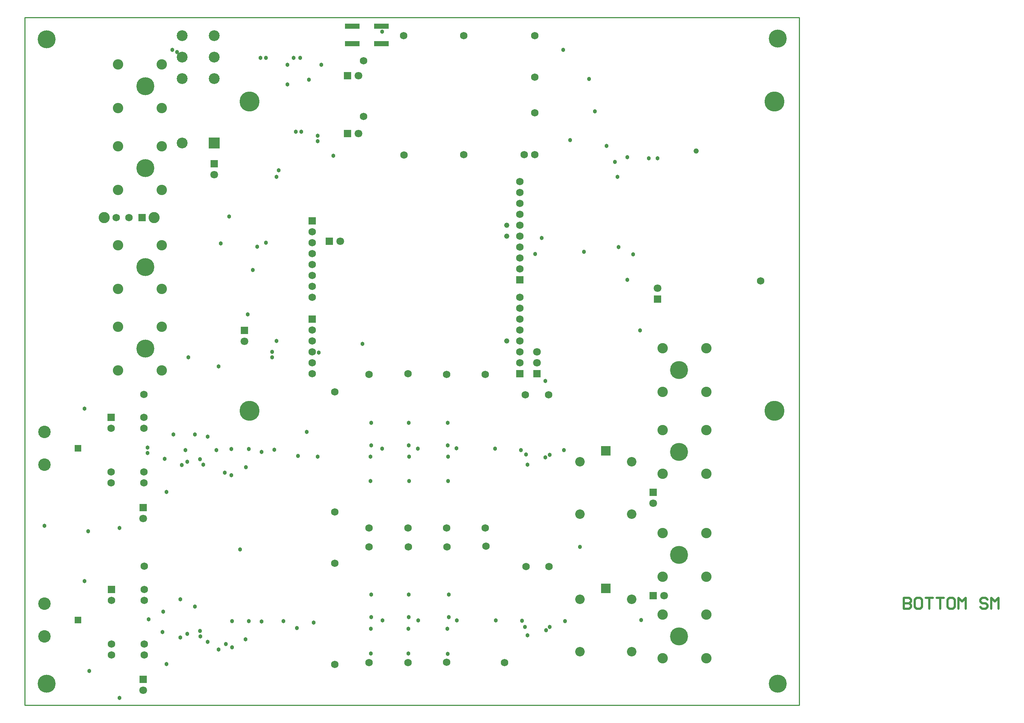
<source format=gbs>
G04*
G04 #@! TF.GenerationSoftware,Altium Limited,CircuitStudio,1.5.1 (13)*
G04*
G04 Layer_Color=8150272*
%FSLAX23Y23*%
%MOIN*%
G70*
G01*
G75*
%ADD43C,0.010*%
%ADD45C,0.020*%
%ADD106C,0.048*%
%ADD107C,0.071*%
%ADD108R,0.071X0.071*%
%ADD109C,0.095*%
%ADD110C,0.165*%
%ADD111R,0.071X0.071*%
%ADD112C,0.068*%
%ADD113R,0.068X0.068*%
%ADD114C,0.102*%
%ADD115C,0.068*%
%ADD116R,0.068X0.068*%
%ADD117C,0.114*%
%ADD118R,0.064X0.064*%
%ADD119R,0.087X0.087*%
%ADD120C,0.087*%
%ADD121C,0.099*%
%ADD122R,0.099X0.099*%
%ADD123C,0.183*%
%ADD124C,0.038*%
%ADD125R,0.134X0.047*%
D43*
X1772Y1969D02*
X8858D01*
X1772D02*
Y8268D01*
X8858Y1969D02*
Y8268D01*
X1772D02*
X8858D01*
D45*
X9813Y2952D02*
Y2852D01*
X9863D01*
X9880Y2869D01*
Y2885D01*
X9863Y2902D01*
X9813D01*
X9863D01*
X9880Y2919D01*
Y2935D01*
X9863Y2952D01*
X9813D01*
X9963D02*
X9930D01*
X9913Y2935D01*
Y2869D01*
X9930Y2852D01*
X9963D01*
X9980Y2869D01*
Y2935D01*
X9963Y2952D01*
X10013D02*
X10080D01*
X10046D01*
Y2852D01*
X10113Y2952D02*
X10180D01*
X10146D01*
Y2852D01*
X10263Y2952D02*
X10230D01*
X10213Y2935D01*
Y2869D01*
X10230Y2852D01*
X10263D01*
X10280Y2869D01*
Y2935D01*
X10263Y2952D01*
X10313Y2852D02*
Y2952D01*
X10346Y2919D01*
X10380Y2952D01*
Y2852D01*
X10580Y2935D02*
X10563Y2952D01*
X10530D01*
X10513Y2935D01*
Y2919D01*
X10530Y2902D01*
X10563D01*
X10580Y2885D01*
Y2869D01*
X10563Y2852D01*
X10530D01*
X10513Y2869D01*
X10613Y2852D02*
Y2952D01*
X10646Y2919D01*
X10680Y2952D01*
Y2852D01*
D106*
X6181Y6366D02*
D03*
Y6266D02*
D03*
Y5306D02*
D03*
X7913Y7047D02*
D03*
D107*
X7620Y2972D02*
D03*
X7520Y3819D02*
D03*
X4823Y7205D02*
D03*
X4656Y6220D02*
D03*
X3780Y5304D02*
D03*
X2854Y3681D02*
D03*
X4824Y7736D02*
D03*
X6457Y5206D02*
D03*
Y5106D02*
D03*
X3504Y6831D02*
D03*
X7559Y5789D02*
D03*
X2854Y2106D02*
D03*
D108*
X7520Y2972D02*
D03*
X4723Y7205D02*
D03*
X4556Y6220D02*
D03*
X4724Y7736D02*
D03*
D109*
X8006Y2398D02*
D03*
Y2798D02*
D03*
X7606Y2398D02*
D03*
Y2798D02*
D03*
X2624Y5436D02*
D03*
Y5036D02*
D03*
X3024Y5436D02*
D03*
Y5036D02*
D03*
X3024Y5784D02*
D03*
Y6184D02*
D03*
X2624Y5784D02*
D03*
Y6184D02*
D03*
X2624Y7090D02*
D03*
Y6690D02*
D03*
X3024Y7090D02*
D03*
Y6690D02*
D03*
Y7438D02*
D03*
Y7838D02*
D03*
X2624Y7438D02*
D03*
Y7838D02*
D03*
X7606Y3546D02*
D03*
Y3146D02*
D03*
X8006Y3546D02*
D03*
Y3146D02*
D03*
X7606Y5239D02*
D03*
Y4839D02*
D03*
X8006Y5239D02*
D03*
Y4839D02*
D03*
X8006Y4091D02*
D03*
Y4491D02*
D03*
X7606Y4091D02*
D03*
Y4491D02*
D03*
D110*
X7756Y2598D02*
D03*
X2874Y5236D02*
D03*
X2874Y5984D02*
D03*
X2874Y6890D02*
D03*
Y7638D02*
D03*
X7756Y3346D02*
D03*
X1969Y2165D02*
D03*
X8661D02*
D03*
Y8075D02*
D03*
X1969Y8071D02*
D03*
X7756Y5039D02*
D03*
X7756Y4291D02*
D03*
D111*
X7520Y3919D02*
D03*
X3780Y5404D02*
D03*
X2854Y3781D02*
D03*
X6457Y5006D02*
D03*
X3504Y6931D02*
D03*
X7559Y5689D02*
D03*
X2854Y2206D02*
D03*
D112*
X2863Y3031D02*
D03*
Y2931D02*
D03*
Y2531D02*
D03*
Y2431D02*
D03*
X2563D02*
D03*
Y2531D02*
D03*
Y2931D02*
D03*
X2559Y4506D02*
D03*
Y4106D02*
D03*
Y4006D02*
D03*
X2859D02*
D03*
Y4106D02*
D03*
Y4506D02*
D03*
Y4606D02*
D03*
X6299Y6766D02*
D03*
Y6666D02*
D03*
Y6566D02*
D03*
Y6466D02*
D03*
Y6366D02*
D03*
Y6266D02*
D03*
Y6166D02*
D03*
Y6066D02*
D03*
Y5966D02*
D03*
Y5706D02*
D03*
Y5606D02*
D03*
Y5506D02*
D03*
Y5406D02*
D03*
Y5306D02*
D03*
Y5206D02*
D03*
Y5106D02*
D03*
X4399Y5706D02*
D03*
Y5806D02*
D03*
Y5906D02*
D03*
Y6006D02*
D03*
Y6106D02*
D03*
Y6206D02*
D03*
Y6306D02*
D03*
Y5006D02*
D03*
Y5106D02*
D03*
Y5206D02*
D03*
Y5306D02*
D03*
Y5406D02*
D03*
X6339Y7014D02*
D03*
X5787Y7014D02*
D03*
X5239Y7008D02*
D03*
X4869Y7362D02*
D03*
X5787Y8104D02*
D03*
X5236Y8104D02*
D03*
X4870Y7874D02*
D03*
X6358Y3238D02*
D03*
X6352Y4813D02*
D03*
X6566Y3238D02*
D03*
X6565Y4813D02*
D03*
X2864Y3243D02*
D03*
X2859Y4817D02*
D03*
X8504Y5856D02*
D03*
X4921Y3593D02*
D03*
X5276Y3593D02*
D03*
X5630Y3593D02*
D03*
X5984Y3593D02*
D03*
X4606Y3740D02*
D03*
X5989Y3425D02*
D03*
X5634Y3421D02*
D03*
X5280D02*
D03*
X4921D02*
D03*
X4606Y3268D02*
D03*
X4921Y5000D02*
D03*
X5276Y5006D02*
D03*
X5630Y5000D02*
D03*
X5984D02*
D03*
X4606Y4839D02*
D03*
X6437Y7014D02*
D03*
X6437Y8104D02*
D03*
Y7722D02*
D03*
X6437Y7396D02*
D03*
X6161Y2358D02*
D03*
X5630Y2362D02*
D03*
X5277Y2361D02*
D03*
X4921D02*
D03*
X4606Y2343D02*
D03*
D113*
X2563Y3031D02*
D03*
X2559Y4606D02*
D03*
X6299Y5866D02*
D03*
Y5006D02*
D03*
X4399Y6406D02*
D03*
Y5506D02*
D03*
D114*
X2497Y6437D02*
D03*
X2954D02*
D03*
D115*
X2607D02*
D03*
X2725D02*
D03*
D116*
X2843D02*
D03*
D117*
X1949Y4173D02*
D03*
Y4472D02*
D03*
Y2898D02*
D03*
Y2598D02*
D03*
D118*
X2256Y4323D02*
D03*
Y2748D02*
D03*
D119*
X7087Y4301D02*
D03*
Y3041D02*
D03*
D120*
X6850Y4201D02*
D03*
Y3720D02*
D03*
X7323D02*
D03*
Y4201D02*
D03*
X6850Y2941D02*
D03*
Y2461D02*
D03*
X7323D02*
D03*
Y2941D02*
D03*
D121*
X3209Y7711D02*
D03*
X3504D02*
D03*
X3209Y7120D02*
D03*
Y7907D02*
D03*
X3504D02*
D03*
X3209Y8104D02*
D03*
X3504D02*
D03*
D122*
Y7120D02*
D03*
D123*
X8631Y7500D02*
D03*
X3828D02*
D03*
X8631Y4666D02*
D03*
X3828D02*
D03*
D124*
X6079Y2746D02*
D03*
X5725D02*
D03*
X5371D02*
D03*
X5044Y2747D02*
D03*
X6075Y4321D02*
D03*
X5720Y4322D02*
D03*
X5366Y4321D02*
D03*
X5039D02*
D03*
X4941Y4350D02*
D03*
X6348Y2687D02*
D03*
X6535Y4941D02*
D03*
X3937Y2736D02*
D03*
X4055Y4311D02*
D03*
X6888Y6122D02*
D03*
X3051Y4225D02*
D03*
X2894Y4331D02*
D03*
X2894Y4281D02*
D03*
X3858Y5955D02*
D03*
X3809Y5551D02*
D03*
X4414Y2726D02*
D03*
X3194Y2589D02*
D03*
X3031Y2638D02*
D03*
X3207Y4169D02*
D03*
X3793Y4148D02*
D03*
X4272Y4252D02*
D03*
X3327Y4449D02*
D03*
X3130D02*
D03*
X6762Y7146D02*
D03*
X3563Y6201D02*
D03*
X4449Y4245D02*
D03*
X3661Y4317D02*
D03*
X7480Y6979D02*
D03*
X3937Y4291D02*
D03*
X3661Y4075D02*
D03*
X4350Y4472D02*
D03*
X4595Y7002D02*
D03*
X6535Y4238D02*
D03*
X6703Y4306D02*
D03*
X6371Y4173D02*
D03*
X6309Y4306D02*
D03*
X6575Y4262D02*
D03*
X6850Y3421D02*
D03*
X6319Y2742D02*
D03*
X6540Y2657D02*
D03*
X6575Y2687D02*
D03*
X6713Y2740D02*
D03*
X6370Y2608D02*
D03*
X7411Y2749D02*
D03*
X2318Y3106D02*
D03*
X4261Y2677D02*
D03*
X3819Y2740D02*
D03*
X3789Y2573D02*
D03*
X3612Y2531D02*
D03*
X3445Y2549D02*
D03*
X3258Y2624D02*
D03*
X3066Y2347D02*
D03*
X2904Y2756D02*
D03*
X3327Y2874D02*
D03*
X3740Y3396D02*
D03*
X3819Y4317D02*
D03*
X3602Y4101D02*
D03*
X3258Y4199D02*
D03*
X3066Y3922D02*
D03*
X2318Y4685D02*
D03*
X4460Y5198D02*
D03*
X4862Y5279D02*
D03*
X3896Y6171D02*
D03*
X4369Y7701D02*
D03*
X6697Y7973D02*
D03*
X6935Y7707D02*
D03*
X7195Y6811D02*
D03*
X7559Y6979D02*
D03*
X7093Y7093D02*
D03*
X6988Y7411D02*
D03*
X6501Y6250D02*
D03*
X7337Y6100D02*
D03*
X3543Y5073D02*
D03*
X6439Y6102D02*
D03*
X7204Y6166D02*
D03*
X3193Y2940D02*
D03*
X3036Y2825D02*
D03*
X3666Y2740D02*
D03*
X4138Y2740D02*
D03*
X3642Y6447D02*
D03*
X5650Y2776D02*
D03*
Y2982D02*
D03*
X5285Y2776D02*
D03*
Y2982D02*
D03*
X4941Y2776D02*
D03*
Y2982D02*
D03*
X5637Y2670D02*
D03*
X5640Y2441D02*
D03*
X5282Y2444D02*
D03*
Y2670D02*
D03*
X4938Y2444D02*
D03*
Y2670D02*
D03*
X5640Y4350D02*
D03*
Y4557D02*
D03*
X5285Y4350D02*
D03*
Y4557D02*
D03*
X4941D02*
D03*
X5643Y4023D02*
D03*
Y4245D02*
D03*
X5288Y4023D02*
D03*
Y4245D02*
D03*
X4934Y4023D02*
D03*
Y4245D02*
D03*
X7283Y6988D02*
D03*
X7172Y6946D02*
D03*
X4173Y7835D02*
D03*
Y7657D02*
D03*
X3524Y4305D02*
D03*
X3242D02*
D03*
X6358Y4266D02*
D03*
X4075Y5306D02*
D03*
X4035Y5206D02*
D03*
Y5157D02*
D03*
X3268D02*
D03*
X7402Y5404D02*
D03*
X3543Y2480D02*
D03*
X2638Y2037D02*
D03*
X7283Y5866D02*
D03*
X3445Y4429D02*
D03*
X2638Y3593D02*
D03*
X3405Y4173D02*
D03*
X3376Y2598D02*
D03*
X3374Y4224D02*
D03*
X3374Y2650D02*
D03*
X3976Y6206D02*
D03*
X4484Y7835D02*
D03*
X3666Y2500D02*
D03*
X4094Y6870D02*
D03*
X4075Y6811D02*
D03*
X4449Y7185D02*
D03*
X3163Y7953D02*
D03*
X3976Y7900D02*
D03*
X3927D02*
D03*
X4291D02*
D03*
X5039Y8140D02*
D03*
X4301Y7224D02*
D03*
X4252D02*
D03*
X3120Y7972D02*
D03*
X4449Y7136D02*
D03*
X4232Y7900D02*
D03*
X1949Y3612D02*
D03*
X2362Y2283D02*
D03*
X2352Y3563D02*
D03*
D125*
X5035Y8031D02*
D03*
X4768D02*
D03*
Y8189D02*
D03*
X5035D02*
D03*
M02*

</source>
